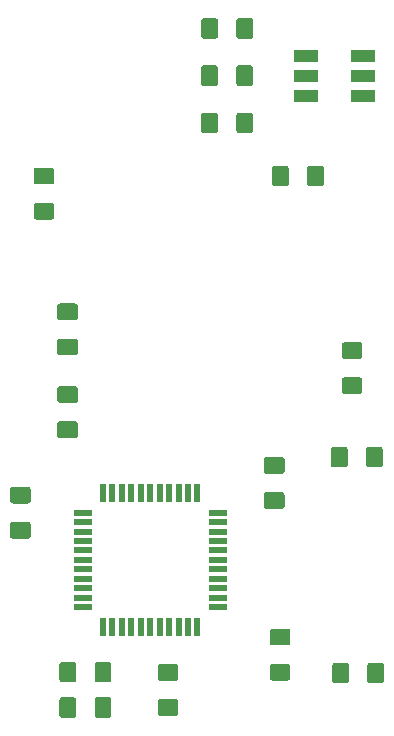
<source format=gbr>
G04 #@! TF.GenerationSoftware,KiCad,Pcbnew,(5.1.4)-1*
G04 #@! TF.CreationDate,2020-08-01T13:26:49+05:30*
G04 #@! TF.ProjectId,knob_32u4,6b6e6f62-5f33-4327-9534-2e6b69636164,rev?*
G04 #@! TF.SameCoordinates,Original*
G04 #@! TF.FileFunction,Paste,Top*
G04 #@! TF.FilePolarity,Positive*
%FSLAX46Y46*%
G04 Gerber Fmt 4.6, Leading zero omitted, Abs format (unit mm)*
G04 Created by KiCad (PCBNEW (5.1.4)-1) date 2020-08-01 13:26:49*
%MOMM*%
%LPD*%
G04 APERTURE LIST*
%ADD10R,2.000000X1.100000*%
%ADD11C,0.100000*%
%ADD12C,1.425000*%
%ADD13R,1.500000X0.550000*%
%ADD14R,0.550000X1.500000*%
G04 APERTURE END LIST*
D10*
X129200000Y-59700000D03*
X129200000Y-58000000D03*
X129200000Y-56300000D03*
X134000000Y-56300000D03*
X134000000Y-58000000D03*
X134000000Y-59700000D03*
D11*
G36*
X109649504Y-84288704D02*
G01*
X109673773Y-84292304D01*
X109697571Y-84298265D01*
X109720671Y-84306530D01*
X109742849Y-84317020D01*
X109763893Y-84329633D01*
X109783598Y-84344247D01*
X109801777Y-84360723D01*
X109818253Y-84378902D01*
X109832867Y-84398607D01*
X109845480Y-84419651D01*
X109855970Y-84441829D01*
X109864235Y-84464929D01*
X109870196Y-84488727D01*
X109873796Y-84512996D01*
X109875000Y-84537500D01*
X109875000Y-85462500D01*
X109873796Y-85487004D01*
X109870196Y-85511273D01*
X109864235Y-85535071D01*
X109855970Y-85558171D01*
X109845480Y-85580349D01*
X109832867Y-85601393D01*
X109818253Y-85621098D01*
X109801777Y-85639277D01*
X109783598Y-85655753D01*
X109763893Y-85670367D01*
X109742849Y-85682980D01*
X109720671Y-85693470D01*
X109697571Y-85701735D01*
X109673773Y-85707696D01*
X109649504Y-85711296D01*
X109625000Y-85712500D01*
X108375000Y-85712500D01*
X108350496Y-85711296D01*
X108326227Y-85707696D01*
X108302429Y-85701735D01*
X108279329Y-85693470D01*
X108257151Y-85682980D01*
X108236107Y-85670367D01*
X108216402Y-85655753D01*
X108198223Y-85639277D01*
X108181747Y-85621098D01*
X108167133Y-85601393D01*
X108154520Y-85580349D01*
X108144030Y-85558171D01*
X108135765Y-85535071D01*
X108129804Y-85511273D01*
X108126204Y-85487004D01*
X108125000Y-85462500D01*
X108125000Y-84537500D01*
X108126204Y-84512996D01*
X108129804Y-84488727D01*
X108135765Y-84464929D01*
X108144030Y-84441829D01*
X108154520Y-84419651D01*
X108167133Y-84398607D01*
X108181747Y-84378902D01*
X108198223Y-84360723D01*
X108216402Y-84344247D01*
X108236107Y-84329633D01*
X108257151Y-84317020D01*
X108279329Y-84306530D01*
X108302429Y-84298265D01*
X108326227Y-84292304D01*
X108350496Y-84288704D01*
X108375000Y-84287500D01*
X109625000Y-84287500D01*
X109649504Y-84288704D01*
X109649504Y-84288704D01*
G37*
D12*
X109000000Y-85000000D03*
D11*
G36*
X109649504Y-87263704D02*
G01*
X109673773Y-87267304D01*
X109697571Y-87273265D01*
X109720671Y-87281530D01*
X109742849Y-87292020D01*
X109763893Y-87304633D01*
X109783598Y-87319247D01*
X109801777Y-87335723D01*
X109818253Y-87353902D01*
X109832867Y-87373607D01*
X109845480Y-87394651D01*
X109855970Y-87416829D01*
X109864235Y-87439929D01*
X109870196Y-87463727D01*
X109873796Y-87487996D01*
X109875000Y-87512500D01*
X109875000Y-88437500D01*
X109873796Y-88462004D01*
X109870196Y-88486273D01*
X109864235Y-88510071D01*
X109855970Y-88533171D01*
X109845480Y-88555349D01*
X109832867Y-88576393D01*
X109818253Y-88596098D01*
X109801777Y-88614277D01*
X109783598Y-88630753D01*
X109763893Y-88645367D01*
X109742849Y-88657980D01*
X109720671Y-88668470D01*
X109697571Y-88676735D01*
X109673773Y-88682696D01*
X109649504Y-88686296D01*
X109625000Y-88687500D01*
X108375000Y-88687500D01*
X108350496Y-88686296D01*
X108326227Y-88682696D01*
X108302429Y-88676735D01*
X108279329Y-88668470D01*
X108257151Y-88657980D01*
X108236107Y-88645367D01*
X108216402Y-88630753D01*
X108198223Y-88614277D01*
X108181747Y-88596098D01*
X108167133Y-88576393D01*
X108154520Y-88555349D01*
X108144030Y-88533171D01*
X108135765Y-88510071D01*
X108129804Y-88486273D01*
X108126204Y-88462004D01*
X108125000Y-88437500D01*
X108125000Y-87512500D01*
X108126204Y-87487996D01*
X108129804Y-87463727D01*
X108135765Y-87439929D01*
X108144030Y-87416829D01*
X108154520Y-87394651D01*
X108167133Y-87373607D01*
X108181747Y-87353902D01*
X108198223Y-87335723D01*
X108216402Y-87319247D01*
X108236107Y-87304633D01*
X108257151Y-87292020D01*
X108279329Y-87281530D01*
X108302429Y-87273265D01*
X108326227Y-87267304D01*
X108350496Y-87263704D01*
X108375000Y-87262500D01*
X109625000Y-87262500D01*
X109649504Y-87263704D01*
X109649504Y-87263704D01*
G37*
D12*
X109000000Y-87975000D03*
D11*
G36*
X105649504Y-95776204D02*
G01*
X105673773Y-95779804D01*
X105697571Y-95785765D01*
X105720671Y-95794030D01*
X105742849Y-95804520D01*
X105763893Y-95817133D01*
X105783598Y-95831747D01*
X105801777Y-95848223D01*
X105818253Y-95866402D01*
X105832867Y-95886107D01*
X105845480Y-95907151D01*
X105855970Y-95929329D01*
X105864235Y-95952429D01*
X105870196Y-95976227D01*
X105873796Y-96000496D01*
X105875000Y-96025000D01*
X105875000Y-96950000D01*
X105873796Y-96974504D01*
X105870196Y-96998773D01*
X105864235Y-97022571D01*
X105855970Y-97045671D01*
X105845480Y-97067849D01*
X105832867Y-97088893D01*
X105818253Y-97108598D01*
X105801777Y-97126777D01*
X105783598Y-97143253D01*
X105763893Y-97157867D01*
X105742849Y-97170480D01*
X105720671Y-97180970D01*
X105697571Y-97189235D01*
X105673773Y-97195196D01*
X105649504Y-97198796D01*
X105625000Y-97200000D01*
X104375000Y-97200000D01*
X104350496Y-97198796D01*
X104326227Y-97195196D01*
X104302429Y-97189235D01*
X104279329Y-97180970D01*
X104257151Y-97170480D01*
X104236107Y-97157867D01*
X104216402Y-97143253D01*
X104198223Y-97126777D01*
X104181747Y-97108598D01*
X104167133Y-97088893D01*
X104154520Y-97067849D01*
X104144030Y-97045671D01*
X104135765Y-97022571D01*
X104129804Y-96998773D01*
X104126204Y-96974504D01*
X104125000Y-96950000D01*
X104125000Y-96025000D01*
X104126204Y-96000496D01*
X104129804Y-95976227D01*
X104135765Y-95952429D01*
X104144030Y-95929329D01*
X104154520Y-95907151D01*
X104167133Y-95886107D01*
X104181747Y-95866402D01*
X104198223Y-95848223D01*
X104216402Y-95831747D01*
X104236107Y-95817133D01*
X104257151Y-95804520D01*
X104279329Y-95794030D01*
X104302429Y-95785765D01*
X104326227Y-95779804D01*
X104350496Y-95776204D01*
X104375000Y-95775000D01*
X105625000Y-95775000D01*
X105649504Y-95776204D01*
X105649504Y-95776204D01*
G37*
D12*
X105000000Y-96487500D03*
D11*
G36*
X105649504Y-92801204D02*
G01*
X105673773Y-92804804D01*
X105697571Y-92810765D01*
X105720671Y-92819030D01*
X105742849Y-92829520D01*
X105763893Y-92842133D01*
X105783598Y-92856747D01*
X105801777Y-92873223D01*
X105818253Y-92891402D01*
X105832867Y-92911107D01*
X105845480Y-92932151D01*
X105855970Y-92954329D01*
X105864235Y-92977429D01*
X105870196Y-93001227D01*
X105873796Y-93025496D01*
X105875000Y-93050000D01*
X105875000Y-93975000D01*
X105873796Y-93999504D01*
X105870196Y-94023773D01*
X105864235Y-94047571D01*
X105855970Y-94070671D01*
X105845480Y-94092849D01*
X105832867Y-94113893D01*
X105818253Y-94133598D01*
X105801777Y-94151777D01*
X105783598Y-94168253D01*
X105763893Y-94182867D01*
X105742849Y-94195480D01*
X105720671Y-94205970D01*
X105697571Y-94214235D01*
X105673773Y-94220196D01*
X105649504Y-94223796D01*
X105625000Y-94225000D01*
X104375000Y-94225000D01*
X104350496Y-94223796D01*
X104326227Y-94220196D01*
X104302429Y-94214235D01*
X104279329Y-94205970D01*
X104257151Y-94195480D01*
X104236107Y-94182867D01*
X104216402Y-94168253D01*
X104198223Y-94151777D01*
X104181747Y-94133598D01*
X104167133Y-94113893D01*
X104154520Y-94092849D01*
X104144030Y-94070671D01*
X104135765Y-94047571D01*
X104129804Y-94023773D01*
X104126204Y-93999504D01*
X104125000Y-93975000D01*
X104125000Y-93050000D01*
X104126204Y-93025496D01*
X104129804Y-93001227D01*
X104135765Y-92977429D01*
X104144030Y-92954329D01*
X104154520Y-92932151D01*
X104167133Y-92911107D01*
X104181747Y-92891402D01*
X104198223Y-92873223D01*
X104216402Y-92856747D01*
X104236107Y-92842133D01*
X104257151Y-92829520D01*
X104279329Y-92819030D01*
X104302429Y-92810765D01*
X104326227Y-92804804D01*
X104350496Y-92801204D01*
X104375000Y-92800000D01*
X105625000Y-92800000D01*
X105649504Y-92801204D01*
X105649504Y-92801204D01*
G37*
D12*
X105000000Y-93512500D03*
D11*
G36*
X127149504Y-93263704D02*
G01*
X127173773Y-93267304D01*
X127197571Y-93273265D01*
X127220671Y-93281530D01*
X127242849Y-93292020D01*
X127263893Y-93304633D01*
X127283598Y-93319247D01*
X127301777Y-93335723D01*
X127318253Y-93353902D01*
X127332867Y-93373607D01*
X127345480Y-93394651D01*
X127355970Y-93416829D01*
X127364235Y-93439929D01*
X127370196Y-93463727D01*
X127373796Y-93487996D01*
X127375000Y-93512500D01*
X127375000Y-94437500D01*
X127373796Y-94462004D01*
X127370196Y-94486273D01*
X127364235Y-94510071D01*
X127355970Y-94533171D01*
X127345480Y-94555349D01*
X127332867Y-94576393D01*
X127318253Y-94596098D01*
X127301777Y-94614277D01*
X127283598Y-94630753D01*
X127263893Y-94645367D01*
X127242849Y-94657980D01*
X127220671Y-94668470D01*
X127197571Y-94676735D01*
X127173773Y-94682696D01*
X127149504Y-94686296D01*
X127125000Y-94687500D01*
X125875000Y-94687500D01*
X125850496Y-94686296D01*
X125826227Y-94682696D01*
X125802429Y-94676735D01*
X125779329Y-94668470D01*
X125757151Y-94657980D01*
X125736107Y-94645367D01*
X125716402Y-94630753D01*
X125698223Y-94614277D01*
X125681747Y-94596098D01*
X125667133Y-94576393D01*
X125654520Y-94555349D01*
X125644030Y-94533171D01*
X125635765Y-94510071D01*
X125629804Y-94486273D01*
X125626204Y-94462004D01*
X125625000Y-94437500D01*
X125625000Y-93512500D01*
X125626204Y-93487996D01*
X125629804Y-93463727D01*
X125635765Y-93439929D01*
X125644030Y-93416829D01*
X125654520Y-93394651D01*
X125667133Y-93373607D01*
X125681747Y-93353902D01*
X125698223Y-93335723D01*
X125716402Y-93319247D01*
X125736107Y-93304633D01*
X125757151Y-93292020D01*
X125779329Y-93281530D01*
X125802429Y-93273265D01*
X125826227Y-93267304D01*
X125850496Y-93263704D01*
X125875000Y-93262500D01*
X127125000Y-93262500D01*
X127149504Y-93263704D01*
X127149504Y-93263704D01*
G37*
D12*
X126500000Y-93975000D03*
D11*
G36*
X127149504Y-90288704D02*
G01*
X127173773Y-90292304D01*
X127197571Y-90298265D01*
X127220671Y-90306530D01*
X127242849Y-90317020D01*
X127263893Y-90329633D01*
X127283598Y-90344247D01*
X127301777Y-90360723D01*
X127318253Y-90378902D01*
X127332867Y-90398607D01*
X127345480Y-90419651D01*
X127355970Y-90441829D01*
X127364235Y-90464929D01*
X127370196Y-90488727D01*
X127373796Y-90512996D01*
X127375000Y-90537500D01*
X127375000Y-91462500D01*
X127373796Y-91487004D01*
X127370196Y-91511273D01*
X127364235Y-91535071D01*
X127355970Y-91558171D01*
X127345480Y-91580349D01*
X127332867Y-91601393D01*
X127318253Y-91621098D01*
X127301777Y-91639277D01*
X127283598Y-91655753D01*
X127263893Y-91670367D01*
X127242849Y-91682980D01*
X127220671Y-91693470D01*
X127197571Y-91701735D01*
X127173773Y-91707696D01*
X127149504Y-91711296D01*
X127125000Y-91712500D01*
X125875000Y-91712500D01*
X125850496Y-91711296D01*
X125826227Y-91707696D01*
X125802429Y-91701735D01*
X125779329Y-91693470D01*
X125757151Y-91682980D01*
X125736107Y-91670367D01*
X125716402Y-91655753D01*
X125698223Y-91639277D01*
X125681747Y-91621098D01*
X125667133Y-91601393D01*
X125654520Y-91580349D01*
X125644030Y-91558171D01*
X125635765Y-91535071D01*
X125629804Y-91511273D01*
X125626204Y-91487004D01*
X125625000Y-91462500D01*
X125625000Y-90537500D01*
X125626204Y-90512996D01*
X125629804Y-90488727D01*
X125635765Y-90464929D01*
X125644030Y-90441829D01*
X125654520Y-90419651D01*
X125667133Y-90398607D01*
X125681747Y-90378902D01*
X125698223Y-90360723D01*
X125716402Y-90344247D01*
X125736107Y-90329633D01*
X125757151Y-90317020D01*
X125779329Y-90306530D01*
X125802429Y-90298265D01*
X125826227Y-90292304D01*
X125850496Y-90288704D01*
X125875000Y-90287500D01*
X127125000Y-90287500D01*
X127149504Y-90288704D01*
X127149504Y-90288704D01*
G37*
D12*
X126500000Y-91000000D03*
D13*
X110300000Y-103000000D03*
X110300000Y-102200000D03*
X110300000Y-101400000D03*
X110300000Y-100600000D03*
X110300000Y-99800000D03*
X110300000Y-99000000D03*
X110300000Y-98200000D03*
X110300000Y-97400000D03*
X110300000Y-96600000D03*
X110300000Y-95800000D03*
X110300000Y-95000000D03*
D14*
X112000000Y-93300000D03*
X112800000Y-93300000D03*
X113600000Y-93300000D03*
X114400000Y-93300000D03*
X115200000Y-93300000D03*
X116000000Y-93300000D03*
X116800000Y-93300000D03*
X117600000Y-93300000D03*
X118400000Y-93300000D03*
X119200000Y-93300000D03*
X120000000Y-93300000D03*
D13*
X121700000Y-95000000D03*
X121700000Y-95800000D03*
X121700000Y-96600000D03*
X121700000Y-97400000D03*
X121700000Y-98200000D03*
X121700000Y-99000000D03*
X121700000Y-99800000D03*
X121700000Y-100600000D03*
X121700000Y-101400000D03*
X121700000Y-102200000D03*
X121700000Y-103000000D03*
D14*
X120000000Y-104700000D03*
X119200000Y-104700000D03*
X118400000Y-104700000D03*
X117600000Y-104700000D03*
X116800000Y-104700000D03*
X116000000Y-104700000D03*
X115200000Y-104700000D03*
X114400000Y-104700000D03*
X113600000Y-104700000D03*
X112800000Y-104700000D03*
X112000000Y-104700000D03*
D11*
G36*
X130474504Y-65626204D02*
G01*
X130498773Y-65629804D01*
X130522571Y-65635765D01*
X130545671Y-65644030D01*
X130567849Y-65654520D01*
X130588893Y-65667133D01*
X130608598Y-65681747D01*
X130626777Y-65698223D01*
X130643253Y-65716402D01*
X130657867Y-65736107D01*
X130670480Y-65757151D01*
X130680970Y-65779329D01*
X130689235Y-65802429D01*
X130695196Y-65826227D01*
X130698796Y-65850496D01*
X130700000Y-65875000D01*
X130700000Y-67125000D01*
X130698796Y-67149504D01*
X130695196Y-67173773D01*
X130689235Y-67197571D01*
X130680970Y-67220671D01*
X130670480Y-67242849D01*
X130657867Y-67263893D01*
X130643253Y-67283598D01*
X130626777Y-67301777D01*
X130608598Y-67318253D01*
X130588893Y-67332867D01*
X130567849Y-67345480D01*
X130545671Y-67355970D01*
X130522571Y-67364235D01*
X130498773Y-67370196D01*
X130474504Y-67373796D01*
X130450000Y-67375000D01*
X129525000Y-67375000D01*
X129500496Y-67373796D01*
X129476227Y-67370196D01*
X129452429Y-67364235D01*
X129429329Y-67355970D01*
X129407151Y-67345480D01*
X129386107Y-67332867D01*
X129366402Y-67318253D01*
X129348223Y-67301777D01*
X129331747Y-67283598D01*
X129317133Y-67263893D01*
X129304520Y-67242849D01*
X129294030Y-67220671D01*
X129285765Y-67197571D01*
X129279804Y-67173773D01*
X129276204Y-67149504D01*
X129275000Y-67125000D01*
X129275000Y-65875000D01*
X129276204Y-65850496D01*
X129279804Y-65826227D01*
X129285765Y-65802429D01*
X129294030Y-65779329D01*
X129304520Y-65757151D01*
X129317133Y-65736107D01*
X129331747Y-65716402D01*
X129348223Y-65698223D01*
X129366402Y-65681747D01*
X129386107Y-65667133D01*
X129407151Y-65654520D01*
X129429329Y-65644030D01*
X129452429Y-65635765D01*
X129476227Y-65629804D01*
X129500496Y-65626204D01*
X129525000Y-65625000D01*
X130450000Y-65625000D01*
X130474504Y-65626204D01*
X130474504Y-65626204D01*
G37*
D12*
X129987500Y-66500000D03*
D11*
G36*
X127499504Y-65626204D02*
G01*
X127523773Y-65629804D01*
X127547571Y-65635765D01*
X127570671Y-65644030D01*
X127592849Y-65654520D01*
X127613893Y-65667133D01*
X127633598Y-65681747D01*
X127651777Y-65698223D01*
X127668253Y-65716402D01*
X127682867Y-65736107D01*
X127695480Y-65757151D01*
X127705970Y-65779329D01*
X127714235Y-65802429D01*
X127720196Y-65826227D01*
X127723796Y-65850496D01*
X127725000Y-65875000D01*
X127725000Y-67125000D01*
X127723796Y-67149504D01*
X127720196Y-67173773D01*
X127714235Y-67197571D01*
X127705970Y-67220671D01*
X127695480Y-67242849D01*
X127682867Y-67263893D01*
X127668253Y-67283598D01*
X127651777Y-67301777D01*
X127633598Y-67318253D01*
X127613893Y-67332867D01*
X127592849Y-67345480D01*
X127570671Y-67355970D01*
X127547571Y-67364235D01*
X127523773Y-67370196D01*
X127499504Y-67373796D01*
X127475000Y-67375000D01*
X126550000Y-67375000D01*
X126525496Y-67373796D01*
X126501227Y-67370196D01*
X126477429Y-67364235D01*
X126454329Y-67355970D01*
X126432151Y-67345480D01*
X126411107Y-67332867D01*
X126391402Y-67318253D01*
X126373223Y-67301777D01*
X126356747Y-67283598D01*
X126342133Y-67263893D01*
X126329520Y-67242849D01*
X126319030Y-67220671D01*
X126310765Y-67197571D01*
X126304804Y-67173773D01*
X126301204Y-67149504D01*
X126300000Y-67125000D01*
X126300000Y-65875000D01*
X126301204Y-65850496D01*
X126304804Y-65826227D01*
X126310765Y-65802429D01*
X126319030Y-65779329D01*
X126329520Y-65757151D01*
X126342133Y-65736107D01*
X126356747Y-65716402D01*
X126373223Y-65698223D01*
X126391402Y-65681747D01*
X126411107Y-65667133D01*
X126432151Y-65654520D01*
X126454329Y-65644030D01*
X126477429Y-65635765D01*
X126501227Y-65629804D01*
X126525496Y-65626204D01*
X126550000Y-65625000D01*
X127475000Y-65625000D01*
X127499504Y-65626204D01*
X127499504Y-65626204D01*
G37*
D12*
X127012500Y-66500000D03*
D11*
G36*
X133745504Y-80568704D02*
G01*
X133769773Y-80572304D01*
X133793571Y-80578265D01*
X133816671Y-80586530D01*
X133838849Y-80597020D01*
X133859893Y-80609633D01*
X133879598Y-80624247D01*
X133897777Y-80640723D01*
X133914253Y-80658902D01*
X133928867Y-80678607D01*
X133941480Y-80699651D01*
X133951970Y-80721829D01*
X133960235Y-80744929D01*
X133966196Y-80768727D01*
X133969796Y-80792996D01*
X133971000Y-80817500D01*
X133971000Y-81742500D01*
X133969796Y-81767004D01*
X133966196Y-81791273D01*
X133960235Y-81815071D01*
X133951970Y-81838171D01*
X133941480Y-81860349D01*
X133928867Y-81881393D01*
X133914253Y-81901098D01*
X133897777Y-81919277D01*
X133879598Y-81935753D01*
X133859893Y-81950367D01*
X133838849Y-81962980D01*
X133816671Y-81973470D01*
X133793571Y-81981735D01*
X133769773Y-81987696D01*
X133745504Y-81991296D01*
X133721000Y-81992500D01*
X132471000Y-81992500D01*
X132446496Y-81991296D01*
X132422227Y-81987696D01*
X132398429Y-81981735D01*
X132375329Y-81973470D01*
X132353151Y-81962980D01*
X132332107Y-81950367D01*
X132312402Y-81935753D01*
X132294223Y-81919277D01*
X132277747Y-81901098D01*
X132263133Y-81881393D01*
X132250520Y-81860349D01*
X132240030Y-81838171D01*
X132231765Y-81815071D01*
X132225804Y-81791273D01*
X132222204Y-81767004D01*
X132221000Y-81742500D01*
X132221000Y-80817500D01*
X132222204Y-80792996D01*
X132225804Y-80768727D01*
X132231765Y-80744929D01*
X132240030Y-80721829D01*
X132250520Y-80699651D01*
X132263133Y-80678607D01*
X132277747Y-80658902D01*
X132294223Y-80640723D01*
X132312402Y-80624247D01*
X132332107Y-80609633D01*
X132353151Y-80597020D01*
X132375329Y-80586530D01*
X132398429Y-80578265D01*
X132422227Y-80572304D01*
X132446496Y-80568704D01*
X132471000Y-80567500D01*
X133721000Y-80567500D01*
X133745504Y-80568704D01*
X133745504Y-80568704D01*
G37*
D12*
X133096000Y-81280000D03*
D11*
G36*
X133745504Y-83543704D02*
G01*
X133769773Y-83547304D01*
X133793571Y-83553265D01*
X133816671Y-83561530D01*
X133838849Y-83572020D01*
X133859893Y-83584633D01*
X133879598Y-83599247D01*
X133897777Y-83615723D01*
X133914253Y-83633902D01*
X133928867Y-83653607D01*
X133941480Y-83674651D01*
X133951970Y-83696829D01*
X133960235Y-83719929D01*
X133966196Y-83743727D01*
X133969796Y-83767996D01*
X133971000Y-83792500D01*
X133971000Y-84717500D01*
X133969796Y-84742004D01*
X133966196Y-84766273D01*
X133960235Y-84790071D01*
X133951970Y-84813171D01*
X133941480Y-84835349D01*
X133928867Y-84856393D01*
X133914253Y-84876098D01*
X133897777Y-84894277D01*
X133879598Y-84910753D01*
X133859893Y-84925367D01*
X133838849Y-84937980D01*
X133816671Y-84948470D01*
X133793571Y-84956735D01*
X133769773Y-84962696D01*
X133745504Y-84966296D01*
X133721000Y-84967500D01*
X132471000Y-84967500D01*
X132446496Y-84966296D01*
X132422227Y-84962696D01*
X132398429Y-84956735D01*
X132375329Y-84948470D01*
X132353151Y-84937980D01*
X132332107Y-84925367D01*
X132312402Y-84910753D01*
X132294223Y-84894277D01*
X132277747Y-84876098D01*
X132263133Y-84856393D01*
X132250520Y-84835349D01*
X132240030Y-84813171D01*
X132231765Y-84790071D01*
X132225804Y-84766273D01*
X132222204Y-84742004D01*
X132221000Y-84717500D01*
X132221000Y-83792500D01*
X132222204Y-83767996D01*
X132225804Y-83743727D01*
X132231765Y-83719929D01*
X132240030Y-83696829D01*
X132250520Y-83674651D01*
X132263133Y-83653607D01*
X132277747Y-83633902D01*
X132294223Y-83615723D01*
X132312402Y-83599247D01*
X132332107Y-83584633D01*
X132353151Y-83572020D01*
X132375329Y-83561530D01*
X132398429Y-83553265D01*
X132422227Y-83547304D01*
X132446496Y-83543704D01*
X132471000Y-83542500D01*
X133721000Y-83542500D01*
X133745504Y-83543704D01*
X133745504Y-83543704D01*
G37*
D12*
X133096000Y-84255000D03*
D11*
G36*
X107649504Y-68763704D02*
G01*
X107673773Y-68767304D01*
X107697571Y-68773265D01*
X107720671Y-68781530D01*
X107742849Y-68792020D01*
X107763893Y-68804633D01*
X107783598Y-68819247D01*
X107801777Y-68835723D01*
X107818253Y-68853902D01*
X107832867Y-68873607D01*
X107845480Y-68894651D01*
X107855970Y-68916829D01*
X107864235Y-68939929D01*
X107870196Y-68963727D01*
X107873796Y-68987996D01*
X107875000Y-69012500D01*
X107875000Y-69937500D01*
X107873796Y-69962004D01*
X107870196Y-69986273D01*
X107864235Y-70010071D01*
X107855970Y-70033171D01*
X107845480Y-70055349D01*
X107832867Y-70076393D01*
X107818253Y-70096098D01*
X107801777Y-70114277D01*
X107783598Y-70130753D01*
X107763893Y-70145367D01*
X107742849Y-70157980D01*
X107720671Y-70168470D01*
X107697571Y-70176735D01*
X107673773Y-70182696D01*
X107649504Y-70186296D01*
X107625000Y-70187500D01*
X106375000Y-70187500D01*
X106350496Y-70186296D01*
X106326227Y-70182696D01*
X106302429Y-70176735D01*
X106279329Y-70168470D01*
X106257151Y-70157980D01*
X106236107Y-70145367D01*
X106216402Y-70130753D01*
X106198223Y-70114277D01*
X106181747Y-70096098D01*
X106167133Y-70076393D01*
X106154520Y-70055349D01*
X106144030Y-70033171D01*
X106135765Y-70010071D01*
X106129804Y-69986273D01*
X106126204Y-69962004D01*
X106125000Y-69937500D01*
X106125000Y-69012500D01*
X106126204Y-68987996D01*
X106129804Y-68963727D01*
X106135765Y-68939929D01*
X106144030Y-68916829D01*
X106154520Y-68894651D01*
X106167133Y-68873607D01*
X106181747Y-68853902D01*
X106198223Y-68835723D01*
X106216402Y-68819247D01*
X106236107Y-68804633D01*
X106257151Y-68792020D01*
X106279329Y-68781530D01*
X106302429Y-68773265D01*
X106326227Y-68767304D01*
X106350496Y-68763704D01*
X106375000Y-68762500D01*
X107625000Y-68762500D01*
X107649504Y-68763704D01*
X107649504Y-68763704D01*
G37*
D12*
X107000000Y-69475000D03*
D11*
G36*
X107649504Y-65788704D02*
G01*
X107673773Y-65792304D01*
X107697571Y-65798265D01*
X107720671Y-65806530D01*
X107742849Y-65817020D01*
X107763893Y-65829633D01*
X107783598Y-65844247D01*
X107801777Y-65860723D01*
X107818253Y-65878902D01*
X107832867Y-65898607D01*
X107845480Y-65919651D01*
X107855970Y-65941829D01*
X107864235Y-65964929D01*
X107870196Y-65988727D01*
X107873796Y-66012996D01*
X107875000Y-66037500D01*
X107875000Y-66962500D01*
X107873796Y-66987004D01*
X107870196Y-67011273D01*
X107864235Y-67035071D01*
X107855970Y-67058171D01*
X107845480Y-67080349D01*
X107832867Y-67101393D01*
X107818253Y-67121098D01*
X107801777Y-67139277D01*
X107783598Y-67155753D01*
X107763893Y-67170367D01*
X107742849Y-67182980D01*
X107720671Y-67193470D01*
X107697571Y-67201735D01*
X107673773Y-67207696D01*
X107649504Y-67211296D01*
X107625000Y-67212500D01*
X106375000Y-67212500D01*
X106350496Y-67211296D01*
X106326227Y-67207696D01*
X106302429Y-67201735D01*
X106279329Y-67193470D01*
X106257151Y-67182980D01*
X106236107Y-67170367D01*
X106216402Y-67155753D01*
X106198223Y-67139277D01*
X106181747Y-67121098D01*
X106167133Y-67101393D01*
X106154520Y-67080349D01*
X106144030Y-67058171D01*
X106135765Y-67035071D01*
X106129804Y-67011273D01*
X106126204Y-66987004D01*
X106125000Y-66962500D01*
X106125000Y-66037500D01*
X106126204Y-66012996D01*
X106129804Y-65988727D01*
X106135765Y-65964929D01*
X106144030Y-65941829D01*
X106154520Y-65919651D01*
X106167133Y-65898607D01*
X106181747Y-65878902D01*
X106198223Y-65860723D01*
X106216402Y-65844247D01*
X106236107Y-65829633D01*
X106257151Y-65817020D01*
X106279329Y-65806530D01*
X106302429Y-65798265D01*
X106326227Y-65792304D01*
X106350496Y-65788704D01*
X106375000Y-65787500D01*
X107625000Y-65787500D01*
X107649504Y-65788704D01*
X107649504Y-65788704D01*
G37*
D12*
X107000000Y-66500000D03*
D11*
G36*
X124487004Y-61126204D02*
G01*
X124511273Y-61129804D01*
X124535071Y-61135765D01*
X124558171Y-61144030D01*
X124580349Y-61154520D01*
X124601393Y-61167133D01*
X124621098Y-61181747D01*
X124639277Y-61198223D01*
X124655753Y-61216402D01*
X124670367Y-61236107D01*
X124682980Y-61257151D01*
X124693470Y-61279329D01*
X124701735Y-61302429D01*
X124707696Y-61326227D01*
X124711296Y-61350496D01*
X124712500Y-61375000D01*
X124712500Y-62625000D01*
X124711296Y-62649504D01*
X124707696Y-62673773D01*
X124701735Y-62697571D01*
X124693470Y-62720671D01*
X124682980Y-62742849D01*
X124670367Y-62763893D01*
X124655753Y-62783598D01*
X124639277Y-62801777D01*
X124621098Y-62818253D01*
X124601393Y-62832867D01*
X124580349Y-62845480D01*
X124558171Y-62855970D01*
X124535071Y-62864235D01*
X124511273Y-62870196D01*
X124487004Y-62873796D01*
X124462500Y-62875000D01*
X123537500Y-62875000D01*
X123512996Y-62873796D01*
X123488727Y-62870196D01*
X123464929Y-62864235D01*
X123441829Y-62855970D01*
X123419651Y-62845480D01*
X123398607Y-62832867D01*
X123378902Y-62818253D01*
X123360723Y-62801777D01*
X123344247Y-62783598D01*
X123329633Y-62763893D01*
X123317020Y-62742849D01*
X123306530Y-62720671D01*
X123298265Y-62697571D01*
X123292304Y-62673773D01*
X123288704Y-62649504D01*
X123287500Y-62625000D01*
X123287500Y-61375000D01*
X123288704Y-61350496D01*
X123292304Y-61326227D01*
X123298265Y-61302429D01*
X123306530Y-61279329D01*
X123317020Y-61257151D01*
X123329633Y-61236107D01*
X123344247Y-61216402D01*
X123360723Y-61198223D01*
X123378902Y-61181747D01*
X123398607Y-61167133D01*
X123419651Y-61154520D01*
X123441829Y-61144030D01*
X123464929Y-61135765D01*
X123488727Y-61129804D01*
X123512996Y-61126204D01*
X123537500Y-61125000D01*
X124462500Y-61125000D01*
X124487004Y-61126204D01*
X124487004Y-61126204D01*
G37*
D12*
X124000000Y-62000000D03*
D11*
G36*
X121512004Y-61126204D02*
G01*
X121536273Y-61129804D01*
X121560071Y-61135765D01*
X121583171Y-61144030D01*
X121605349Y-61154520D01*
X121626393Y-61167133D01*
X121646098Y-61181747D01*
X121664277Y-61198223D01*
X121680753Y-61216402D01*
X121695367Y-61236107D01*
X121707980Y-61257151D01*
X121718470Y-61279329D01*
X121726735Y-61302429D01*
X121732696Y-61326227D01*
X121736296Y-61350496D01*
X121737500Y-61375000D01*
X121737500Y-62625000D01*
X121736296Y-62649504D01*
X121732696Y-62673773D01*
X121726735Y-62697571D01*
X121718470Y-62720671D01*
X121707980Y-62742849D01*
X121695367Y-62763893D01*
X121680753Y-62783598D01*
X121664277Y-62801777D01*
X121646098Y-62818253D01*
X121626393Y-62832867D01*
X121605349Y-62845480D01*
X121583171Y-62855970D01*
X121560071Y-62864235D01*
X121536273Y-62870196D01*
X121512004Y-62873796D01*
X121487500Y-62875000D01*
X120562500Y-62875000D01*
X120537996Y-62873796D01*
X120513727Y-62870196D01*
X120489929Y-62864235D01*
X120466829Y-62855970D01*
X120444651Y-62845480D01*
X120423607Y-62832867D01*
X120403902Y-62818253D01*
X120385723Y-62801777D01*
X120369247Y-62783598D01*
X120354633Y-62763893D01*
X120342020Y-62742849D01*
X120331530Y-62720671D01*
X120323265Y-62697571D01*
X120317304Y-62673773D01*
X120313704Y-62649504D01*
X120312500Y-62625000D01*
X120312500Y-61375000D01*
X120313704Y-61350496D01*
X120317304Y-61326227D01*
X120323265Y-61302429D01*
X120331530Y-61279329D01*
X120342020Y-61257151D01*
X120354633Y-61236107D01*
X120369247Y-61216402D01*
X120385723Y-61198223D01*
X120403902Y-61181747D01*
X120423607Y-61167133D01*
X120444651Y-61154520D01*
X120466829Y-61144030D01*
X120489929Y-61135765D01*
X120513727Y-61129804D01*
X120537996Y-61126204D01*
X120562500Y-61125000D01*
X121487500Y-61125000D01*
X121512004Y-61126204D01*
X121512004Y-61126204D01*
G37*
D12*
X121025000Y-62000000D03*
D11*
G36*
X124474504Y-57126204D02*
G01*
X124498773Y-57129804D01*
X124522571Y-57135765D01*
X124545671Y-57144030D01*
X124567849Y-57154520D01*
X124588893Y-57167133D01*
X124608598Y-57181747D01*
X124626777Y-57198223D01*
X124643253Y-57216402D01*
X124657867Y-57236107D01*
X124670480Y-57257151D01*
X124680970Y-57279329D01*
X124689235Y-57302429D01*
X124695196Y-57326227D01*
X124698796Y-57350496D01*
X124700000Y-57375000D01*
X124700000Y-58625000D01*
X124698796Y-58649504D01*
X124695196Y-58673773D01*
X124689235Y-58697571D01*
X124680970Y-58720671D01*
X124670480Y-58742849D01*
X124657867Y-58763893D01*
X124643253Y-58783598D01*
X124626777Y-58801777D01*
X124608598Y-58818253D01*
X124588893Y-58832867D01*
X124567849Y-58845480D01*
X124545671Y-58855970D01*
X124522571Y-58864235D01*
X124498773Y-58870196D01*
X124474504Y-58873796D01*
X124450000Y-58875000D01*
X123525000Y-58875000D01*
X123500496Y-58873796D01*
X123476227Y-58870196D01*
X123452429Y-58864235D01*
X123429329Y-58855970D01*
X123407151Y-58845480D01*
X123386107Y-58832867D01*
X123366402Y-58818253D01*
X123348223Y-58801777D01*
X123331747Y-58783598D01*
X123317133Y-58763893D01*
X123304520Y-58742849D01*
X123294030Y-58720671D01*
X123285765Y-58697571D01*
X123279804Y-58673773D01*
X123276204Y-58649504D01*
X123275000Y-58625000D01*
X123275000Y-57375000D01*
X123276204Y-57350496D01*
X123279804Y-57326227D01*
X123285765Y-57302429D01*
X123294030Y-57279329D01*
X123304520Y-57257151D01*
X123317133Y-57236107D01*
X123331747Y-57216402D01*
X123348223Y-57198223D01*
X123366402Y-57181747D01*
X123386107Y-57167133D01*
X123407151Y-57154520D01*
X123429329Y-57144030D01*
X123452429Y-57135765D01*
X123476227Y-57129804D01*
X123500496Y-57126204D01*
X123525000Y-57125000D01*
X124450000Y-57125000D01*
X124474504Y-57126204D01*
X124474504Y-57126204D01*
G37*
D12*
X123987500Y-58000000D03*
D11*
G36*
X121499504Y-57126204D02*
G01*
X121523773Y-57129804D01*
X121547571Y-57135765D01*
X121570671Y-57144030D01*
X121592849Y-57154520D01*
X121613893Y-57167133D01*
X121633598Y-57181747D01*
X121651777Y-57198223D01*
X121668253Y-57216402D01*
X121682867Y-57236107D01*
X121695480Y-57257151D01*
X121705970Y-57279329D01*
X121714235Y-57302429D01*
X121720196Y-57326227D01*
X121723796Y-57350496D01*
X121725000Y-57375000D01*
X121725000Y-58625000D01*
X121723796Y-58649504D01*
X121720196Y-58673773D01*
X121714235Y-58697571D01*
X121705970Y-58720671D01*
X121695480Y-58742849D01*
X121682867Y-58763893D01*
X121668253Y-58783598D01*
X121651777Y-58801777D01*
X121633598Y-58818253D01*
X121613893Y-58832867D01*
X121592849Y-58845480D01*
X121570671Y-58855970D01*
X121547571Y-58864235D01*
X121523773Y-58870196D01*
X121499504Y-58873796D01*
X121475000Y-58875000D01*
X120550000Y-58875000D01*
X120525496Y-58873796D01*
X120501227Y-58870196D01*
X120477429Y-58864235D01*
X120454329Y-58855970D01*
X120432151Y-58845480D01*
X120411107Y-58832867D01*
X120391402Y-58818253D01*
X120373223Y-58801777D01*
X120356747Y-58783598D01*
X120342133Y-58763893D01*
X120329520Y-58742849D01*
X120319030Y-58720671D01*
X120310765Y-58697571D01*
X120304804Y-58673773D01*
X120301204Y-58649504D01*
X120300000Y-58625000D01*
X120300000Y-57375000D01*
X120301204Y-57350496D01*
X120304804Y-57326227D01*
X120310765Y-57302429D01*
X120319030Y-57279329D01*
X120329520Y-57257151D01*
X120342133Y-57236107D01*
X120356747Y-57216402D01*
X120373223Y-57198223D01*
X120391402Y-57181747D01*
X120411107Y-57167133D01*
X120432151Y-57154520D01*
X120454329Y-57144030D01*
X120477429Y-57135765D01*
X120501227Y-57129804D01*
X120525496Y-57126204D01*
X120550000Y-57125000D01*
X121475000Y-57125000D01*
X121499504Y-57126204D01*
X121499504Y-57126204D01*
G37*
D12*
X121012500Y-58000000D03*
D11*
G36*
X124487004Y-53126204D02*
G01*
X124511273Y-53129804D01*
X124535071Y-53135765D01*
X124558171Y-53144030D01*
X124580349Y-53154520D01*
X124601393Y-53167133D01*
X124621098Y-53181747D01*
X124639277Y-53198223D01*
X124655753Y-53216402D01*
X124670367Y-53236107D01*
X124682980Y-53257151D01*
X124693470Y-53279329D01*
X124701735Y-53302429D01*
X124707696Y-53326227D01*
X124711296Y-53350496D01*
X124712500Y-53375000D01*
X124712500Y-54625000D01*
X124711296Y-54649504D01*
X124707696Y-54673773D01*
X124701735Y-54697571D01*
X124693470Y-54720671D01*
X124682980Y-54742849D01*
X124670367Y-54763893D01*
X124655753Y-54783598D01*
X124639277Y-54801777D01*
X124621098Y-54818253D01*
X124601393Y-54832867D01*
X124580349Y-54845480D01*
X124558171Y-54855970D01*
X124535071Y-54864235D01*
X124511273Y-54870196D01*
X124487004Y-54873796D01*
X124462500Y-54875000D01*
X123537500Y-54875000D01*
X123512996Y-54873796D01*
X123488727Y-54870196D01*
X123464929Y-54864235D01*
X123441829Y-54855970D01*
X123419651Y-54845480D01*
X123398607Y-54832867D01*
X123378902Y-54818253D01*
X123360723Y-54801777D01*
X123344247Y-54783598D01*
X123329633Y-54763893D01*
X123317020Y-54742849D01*
X123306530Y-54720671D01*
X123298265Y-54697571D01*
X123292304Y-54673773D01*
X123288704Y-54649504D01*
X123287500Y-54625000D01*
X123287500Y-53375000D01*
X123288704Y-53350496D01*
X123292304Y-53326227D01*
X123298265Y-53302429D01*
X123306530Y-53279329D01*
X123317020Y-53257151D01*
X123329633Y-53236107D01*
X123344247Y-53216402D01*
X123360723Y-53198223D01*
X123378902Y-53181747D01*
X123398607Y-53167133D01*
X123419651Y-53154520D01*
X123441829Y-53144030D01*
X123464929Y-53135765D01*
X123488727Y-53129804D01*
X123512996Y-53126204D01*
X123537500Y-53125000D01*
X124462500Y-53125000D01*
X124487004Y-53126204D01*
X124487004Y-53126204D01*
G37*
D12*
X124000000Y-54000000D03*
D11*
G36*
X121512004Y-53126204D02*
G01*
X121536273Y-53129804D01*
X121560071Y-53135765D01*
X121583171Y-53144030D01*
X121605349Y-53154520D01*
X121626393Y-53167133D01*
X121646098Y-53181747D01*
X121664277Y-53198223D01*
X121680753Y-53216402D01*
X121695367Y-53236107D01*
X121707980Y-53257151D01*
X121718470Y-53279329D01*
X121726735Y-53302429D01*
X121732696Y-53326227D01*
X121736296Y-53350496D01*
X121737500Y-53375000D01*
X121737500Y-54625000D01*
X121736296Y-54649504D01*
X121732696Y-54673773D01*
X121726735Y-54697571D01*
X121718470Y-54720671D01*
X121707980Y-54742849D01*
X121695367Y-54763893D01*
X121680753Y-54783598D01*
X121664277Y-54801777D01*
X121646098Y-54818253D01*
X121626393Y-54832867D01*
X121605349Y-54845480D01*
X121583171Y-54855970D01*
X121560071Y-54864235D01*
X121536273Y-54870196D01*
X121512004Y-54873796D01*
X121487500Y-54875000D01*
X120562500Y-54875000D01*
X120537996Y-54873796D01*
X120513727Y-54870196D01*
X120489929Y-54864235D01*
X120466829Y-54855970D01*
X120444651Y-54845480D01*
X120423607Y-54832867D01*
X120403902Y-54818253D01*
X120385723Y-54801777D01*
X120369247Y-54783598D01*
X120354633Y-54763893D01*
X120342020Y-54742849D01*
X120331530Y-54720671D01*
X120323265Y-54697571D01*
X120317304Y-54673773D01*
X120313704Y-54649504D01*
X120312500Y-54625000D01*
X120312500Y-53375000D01*
X120313704Y-53350496D01*
X120317304Y-53326227D01*
X120323265Y-53302429D01*
X120331530Y-53279329D01*
X120342020Y-53257151D01*
X120354633Y-53236107D01*
X120369247Y-53216402D01*
X120385723Y-53198223D01*
X120403902Y-53181747D01*
X120423607Y-53167133D01*
X120444651Y-53154520D01*
X120466829Y-53144030D01*
X120489929Y-53135765D01*
X120513727Y-53129804D01*
X120537996Y-53126204D01*
X120562500Y-53125000D01*
X121487500Y-53125000D01*
X121512004Y-53126204D01*
X121512004Y-53126204D01*
G37*
D12*
X121025000Y-54000000D03*
D11*
G36*
X127649504Y-107788704D02*
G01*
X127673773Y-107792304D01*
X127697571Y-107798265D01*
X127720671Y-107806530D01*
X127742849Y-107817020D01*
X127763893Y-107829633D01*
X127783598Y-107844247D01*
X127801777Y-107860723D01*
X127818253Y-107878902D01*
X127832867Y-107898607D01*
X127845480Y-107919651D01*
X127855970Y-107941829D01*
X127864235Y-107964929D01*
X127870196Y-107988727D01*
X127873796Y-108012996D01*
X127875000Y-108037500D01*
X127875000Y-108962500D01*
X127873796Y-108987004D01*
X127870196Y-109011273D01*
X127864235Y-109035071D01*
X127855970Y-109058171D01*
X127845480Y-109080349D01*
X127832867Y-109101393D01*
X127818253Y-109121098D01*
X127801777Y-109139277D01*
X127783598Y-109155753D01*
X127763893Y-109170367D01*
X127742849Y-109182980D01*
X127720671Y-109193470D01*
X127697571Y-109201735D01*
X127673773Y-109207696D01*
X127649504Y-109211296D01*
X127625000Y-109212500D01*
X126375000Y-109212500D01*
X126350496Y-109211296D01*
X126326227Y-109207696D01*
X126302429Y-109201735D01*
X126279329Y-109193470D01*
X126257151Y-109182980D01*
X126236107Y-109170367D01*
X126216402Y-109155753D01*
X126198223Y-109139277D01*
X126181747Y-109121098D01*
X126167133Y-109101393D01*
X126154520Y-109080349D01*
X126144030Y-109058171D01*
X126135765Y-109035071D01*
X126129804Y-109011273D01*
X126126204Y-108987004D01*
X126125000Y-108962500D01*
X126125000Y-108037500D01*
X126126204Y-108012996D01*
X126129804Y-107988727D01*
X126135765Y-107964929D01*
X126144030Y-107941829D01*
X126154520Y-107919651D01*
X126167133Y-107898607D01*
X126181747Y-107878902D01*
X126198223Y-107860723D01*
X126216402Y-107844247D01*
X126236107Y-107829633D01*
X126257151Y-107817020D01*
X126279329Y-107806530D01*
X126302429Y-107798265D01*
X126326227Y-107792304D01*
X126350496Y-107788704D01*
X126375000Y-107787500D01*
X127625000Y-107787500D01*
X127649504Y-107788704D01*
X127649504Y-107788704D01*
G37*
D12*
X127000000Y-108500000D03*
D11*
G36*
X127649504Y-104813704D02*
G01*
X127673773Y-104817304D01*
X127697571Y-104823265D01*
X127720671Y-104831530D01*
X127742849Y-104842020D01*
X127763893Y-104854633D01*
X127783598Y-104869247D01*
X127801777Y-104885723D01*
X127818253Y-104903902D01*
X127832867Y-104923607D01*
X127845480Y-104944651D01*
X127855970Y-104966829D01*
X127864235Y-104989929D01*
X127870196Y-105013727D01*
X127873796Y-105037996D01*
X127875000Y-105062500D01*
X127875000Y-105987500D01*
X127873796Y-106012004D01*
X127870196Y-106036273D01*
X127864235Y-106060071D01*
X127855970Y-106083171D01*
X127845480Y-106105349D01*
X127832867Y-106126393D01*
X127818253Y-106146098D01*
X127801777Y-106164277D01*
X127783598Y-106180753D01*
X127763893Y-106195367D01*
X127742849Y-106207980D01*
X127720671Y-106218470D01*
X127697571Y-106226735D01*
X127673773Y-106232696D01*
X127649504Y-106236296D01*
X127625000Y-106237500D01*
X126375000Y-106237500D01*
X126350496Y-106236296D01*
X126326227Y-106232696D01*
X126302429Y-106226735D01*
X126279329Y-106218470D01*
X126257151Y-106207980D01*
X126236107Y-106195367D01*
X126216402Y-106180753D01*
X126198223Y-106164277D01*
X126181747Y-106146098D01*
X126167133Y-106126393D01*
X126154520Y-106105349D01*
X126144030Y-106083171D01*
X126135765Y-106060071D01*
X126129804Y-106036273D01*
X126126204Y-106012004D01*
X126125000Y-105987500D01*
X126125000Y-105062500D01*
X126126204Y-105037996D01*
X126129804Y-105013727D01*
X126135765Y-104989929D01*
X126144030Y-104966829D01*
X126154520Y-104944651D01*
X126167133Y-104923607D01*
X126181747Y-104903902D01*
X126198223Y-104885723D01*
X126216402Y-104869247D01*
X126236107Y-104854633D01*
X126257151Y-104842020D01*
X126279329Y-104831530D01*
X126302429Y-104823265D01*
X126326227Y-104817304D01*
X126350496Y-104813704D01*
X126375000Y-104812500D01*
X127625000Y-104812500D01*
X127649504Y-104813704D01*
X127649504Y-104813704D01*
G37*
D12*
X127000000Y-105525000D03*
D11*
G36*
X112487004Y-107626204D02*
G01*
X112511273Y-107629804D01*
X112535071Y-107635765D01*
X112558171Y-107644030D01*
X112580349Y-107654520D01*
X112601393Y-107667133D01*
X112621098Y-107681747D01*
X112639277Y-107698223D01*
X112655753Y-107716402D01*
X112670367Y-107736107D01*
X112682980Y-107757151D01*
X112693470Y-107779329D01*
X112701735Y-107802429D01*
X112707696Y-107826227D01*
X112711296Y-107850496D01*
X112712500Y-107875000D01*
X112712500Y-109125000D01*
X112711296Y-109149504D01*
X112707696Y-109173773D01*
X112701735Y-109197571D01*
X112693470Y-109220671D01*
X112682980Y-109242849D01*
X112670367Y-109263893D01*
X112655753Y-109283598D01*
X112639277Y-109301777D01*
X112621098Y-109318253D01*
X112601393Y-109332867D01*
X112580349Y-109345480D01*
X112558171Y-109355970D01*
X112535071Y-109364235D01*
X112511273Y-109370196D01*
X112487004Y-109373796D01*
X112462500Y-109375000D01*
X111537500Y-109375000D01*
X111512996Y-109373796D01*
X111488727Y-109370196D01*
X111464929Y-109364235D01*
X111441829Y-109355970D01*
X111419651Y-109345480D01*
X111398607Y-109332867D01*
X111378902Y-109318253D01*
X111360723Y-109301777D01*
X111344247Y-109283598D01*
X111329633Y-109263893D01*
X111317020Y-109242849D01*
X111306530Y-109220671D01*
X111298265Y-109197571D01*
X111292304Y-109173773D01*
X111288704Y-109149504D01*
X111287500Y-109125000D01*
X111287500Y-107875000D01*
X111288704Y-107850496D01*
X111292304Y-107826227D01*
X111298265Y-107802429D01*
X111306530Y-107779329D01*
X111317020Y-107757151D01*
X111329633Y-107736107D01*
X111344247Y-107716402D01*
X111360723Y-107698223D01*
X111378902Y-107681747D01*
X111398607Y-107667133D01*
X111419651Y-107654520D01*
X111441829Y-107644030D01*
X111464929Y-107635765D01*
X111488727Y-107629804D01*
X111512996Y-107626204D01*
X111537500Y-107625000D01*
X112462500Y-107625000D01*
X112487004Y-107626204D01*
X112487004Y-107626204D01*
G37*
D12*
X112000000Y-108500000D03*
D11*
G36*
X109512004Y-107626204D02*
G01*
X109536273Y-107629804D01*
X109560071Y-107635765D01*
X109583171Y-107644030D01*
X109605349Y-107654520D01*
X109626393Y-107667133D01*
X109646098Y-107681747D01*
X109664277Y-107698223D01*
X109680753Y-107716402D01*
X109695367Y-107736107D01*
X109707980Y-107757151D01*
X109718470Y-107779329D01*
X109726735Y-107802429D01*
X109732696Y-107826227D01*
X109736296Y-107850496D01*
X109737500Y-107875000D01*
X109737500Y-109125000D01*
X109736296Y-109149504D01*
X109732696Y-109173773D01*
X109726735Y-109197571D01*
X109718470Y-109220671D01*
X109707980Y-109242849D01*
X109695367Y-109263893D01*
X109680753Y-109283598D01*
X109664277Y-109301777D01*
X109646098Y-109318253D01*
X109626393Y-109332867D01*
X109605349Y-109345480D01*
X109583171Y-109355970D01*
X109560071Y-109364235D01*
X109536273Y-109370196D01*
X109512004Y-109373796D01*
X109487500Y-109375000D01*
X108562500Y-109375000D01*
X108537996Y-109373796D01*
X108513727Y-109370196D01*
X108489929Y-109364235D01*
X108466829Y-109355970D01*
X108444651Y-109345480D01*
X108423607Y-109332867D01*
X108403902Y-109318253D01*
X108385723Y-109301777D01*
X108369247Y-109283598D01*
X108354633Y-109263893D01*
X108342020Y-109242849D01*
X108331530Y-109220671D01*
X108323265Y-109197571D01*
X108317304Y-109173773D01*
X108313704Y-109149504D01*
X108312500Y-109125000D01*
X108312500Y-107875000D01*
X108313704Y-107850496D01*
X108317304Y-107826227D01*
X108323265Y-107802429D01*
X108331530Y-107779329D01*
X108342020Y-107757151D01*
X108354633Y-107736107D01*
X108369247Y-107716402D01*
X108385723Y-107698223D01*
X108403902Y-107681747D01*
X108423607Y-107667133D01*
X108444651Y-107654520D01*
X108466829Y-107644030D01*
X108489929Y-107635765D01*
X108513727Y-107629804D01*
X108537996Y-107626204D01*
X108562500Y-107625000D01*
X109487500Y-107625000D01*
X109512004Y-107626204D01*
X109512004Y-107626204D01*
G37*
D12*
X109025000Y-108500000D03*
D11*
G36*
X112487004Y-110626204D02*
G01*
X112511273Y-110629804D01*
X112535071Y-110635765D01*
X112558171Y-110644030D01*
X112580349Y-110654520D01*
X112601393Y-110667133D01*
X112621098Y-110681747D01*
X112639277Y-110698223D01*
X112655753Y-110716402D01*
X112670367Y-110736107D01*
X112682980Y-110757151D01*
X112693470Y-110779329D01*
X112701735Y-110802429D01*
X112707696Y-110826227D01*
X112711296Y-110850496D01*
X112712500Y-110875000D01*
X112712500Y-112125000D01*
X112711296Y-112149504D01*
X112707696Y-112173773D01*
X112701735Y-112197571D01*
X112693470Y-112220671D01*
X112682980Y-112242849D01*
X112670367Y-112263893D01*
X112655753Y-112283598D01*
X112639277Y-112301777D01*
X112621098Y-112318253D01*
X112601393Y-112332867D01*
X112580349Y-112345480D01*
X112558171Y-112355970D01*
X112535071Y-112364235D01*
X112511273Y-112370196D01*
X112487004Y-112373796D01*
X112462500Y-112375000D01*
X111537500Y-112375000D01*
X111512996Y-112373796D01*
X111488727Y-112370196D01*
X111464929Y-112364235D01*
X111441829Y-112355970D01*
X111419651Y-112345480D01*
X111398607Y-112332867D01*
X111378902Y-112318253D01*
X111360723Y-112301777D01*
X111344247Y-112283598D01*
X111329633Y-112263893D01*
X111317020Y-112242849D01*
X111306530Y-112220671D01*
X111298265Y-112197571D01*
X111292304Y-112173773D01*
X111288704Y-112149504D01*
X111287500Y-112125000D01*
X111287500Y-110875000D01*
X111288704Y-110850496D01*
X111292304Y-110826227D01*
X111298265Y-110802429D01*
X111306530Y-110779329D01*
X111317020Y-110757151D01*
X111329633Y-110736107D01*
X111344247Y-110716402D01*
X111360723Y-110698223D01*
X111378902Y-110681747D01*
X111398607Y-110667133D01*
X111419651Y-110654520D01*
X111441829Y-110644030D01*
X111464929Y-110635765D01*
X111488727Y-110629804D01*
X111512996Y-110626204D01*
X111537500Y-110625000D01*
X112462500Y-110625000D01*
X112487004Y-110626204D01*
X112487004Y-110626204D01*
G37*
D12*
X112000000Y-111500000D03*
D11*
G36*
X109512004Y-110626204D02*
G01*
X109536273Y-110629804D01*
X109560071Y-110635765D01*
X109583171Y-110644030D01*
X109605349Y-110654520D01*
X109626393Y-110667133D01*
X109646098Y-110681747D01*
X109664277Y-110698223D01*
X109680753Y-110716402D01*
X109695367Y-110736107D01*
X109707980Y-110757151D01*
X109718470Y-110779329D01*
X109726735Y-110802429D01*
X109732696Y-110826227D01*
X109736296Y-110850496D01*
X109737500Y-110875000D01*
X109737500Y-112125000D01*
X109736296Y-112149504D01*
X109732696Y-112173773D01*
X109726735Y-112197571D01*
X109718470Y-112220671D01*
X109707980Y-112242849D01*
X109695367Y-112263893D01*
X109680753Y-112283598D01*
X109664277Y-112301777D01*
X109646098Y-112318253D01*
X109626393Y-112332867D01*
X109605349Y-112345480D01*
X109583171Y-112355970D01*
X109560071Y-112364235D01*
X109536273Y-112370196D01*
X109512004Y-112373796D01*
X109487500Y-112375000D01*
X108562500Y-112375000D01*
X108537996Y-112373796D01*
X108513727Y-112370196D01*
X108489929Y-112364235D01*
X108466829Y-112355970D01*
X108444651Y-112345480D01*
X108423607Y-112332867D01*
X108403902Y-112318253D01*
X108385723Y-112301777D01*
X108369247Y-112283598D01*
X108354633Y-112263893D01*
X108342020Y-112242849D01*
X108331530Y-112220671D01*
X108323265Y-112197571D01*
X108317304Y-112173773D01*
X108313704Y-112149504D01*
X108312500Y-112125000D01*
X108312500Y-110875000D01*
X108313704Y-110850496D01*
X108317304Y-110826227D01*
X108323265Y-110802429D01*
X108331530Y-110779329D01*
X108342020Y-110757151D01*
X108354633Y-110736107D01*
X108369247Y-110716402D01*
X108385723Y-110698223D01*
X108403902Y-110681747D01*
X108423607Y-110667133D01*
X108444651Y-110654520D01*
X108466829Y-110644030D01*
X108489929Y-110635765D01*
X108513727Y-110629804D01*
X108537996Y-110626204D01*
X108562500Y-110625000D01*
X109487500Y-110625000D01*
X109512004Y-110626204D01*
X109512004Y-110626204D01*
G37*
D12*
X109025000Y-111500000D03*
D11*
G36*
X109649504Y-77288704D02*
G01*
X109673773Y-77292304D01*
X109697571Y-77298265D01*
X109720671Y-77306530D01*
X109742849Y-77317020D01*
X109763893Y-77329633D01*
X109783598Y-77344247D01*
X109801777Y-77360723D01*
X109818253Y-77378902D01*
X109832867Y-77398607D01*
X109845480Y-77419651D01*
X109855970Y-77441829D01*
X109864235Y-77464929D01*
X109870196Y-77488727D01*
X109873796Y-77512996D01*
X109875000Y-77537500D01*
X109875000Y-78462500D01*
X109873796Y-78487004D01*
X109870196Y-78511273D01*
X109864235Y-78535071D01*
X109855970Y-78558171D01*
X109845480Y-78580349D01*
X109832867Y-78601393D01*
X109818253Y-78621098D01*
X109801777Y-78639277D01*
X109783598Y-78655753D01*
X109763893Y-78670367D01*
X109742849Y-78682980D01*
X109720671Y-78693470D01*
X109697571Y-78701735D01*
X109673773Y-78707696D01*
X109649504Y-78711296D01*
X109625000Y-78712500D01*
X108375000Y-78712500D01*
X108350496Y-78711296D01*
X108326227Y-78707696D01*
X108302429Y-78701735D01*
X108279329Y-78693470D01*
X108257151Y-78682980D01*
X108236107Y-78670367D01*
X108216402Y-78655753D01*
X108198223Y-78639277D01*
X108181747Y-78621098D01*
X108167133Y-78601393D01*
X108154520Y-78580349D01*
X108144030Y-78558171D01*
X108135765Y-78535071D01*
X108129804Y-78511273D01*
X108126204Y-78487004D01*
X108125000Y-78462500D01*
X108125000Y-77537500D01*
X108126204Y-77512996D01*
X108129804Y-77488727D01*
X108135765Y-77464929D01*
X108144030Y-77441829D01*
X108154520Y-77419651D01*
X108167133Y-77398607D01*
X108181747Y-77378902D01*
X108198223Y-77360723D01*
X108216402Y-77344247D01*
X108236107Y-77329633D01*
X108257151Y-77317020D01*
X108279329Y-77306530D01*
X108302429Y-77298265D01*
X108326227Y-77292304D01*
X108350496Y-77288704D01*
X108375000Y-77287500D01*
X109625000Y-77287500D01*
X109649504Y-77288704D01*
X109649504Y-77288704D01*
G37*
D12*
X109000000Y-78000000D03*
D11*
G36*
X109649504Y-80263704D02*
G01*
X109673773Y-80267304D01*
X109697571Y-80273265D01*
X109720671Y-80281530D01*
X109742849Y-80292020D01*
X109763893Y-80304633D01*
X109783598Y-80319247D01*
X109801777Y-80335723D01*
X109818253Y-80353902D01*
X109832867Y-80373607D01*
X109845480Y-80394651D01*
X109855970Y-80416829D01*
X109864235Y-80439929D01*
X109870196Y-80463727D01*
X109873796Y-80487996D01*
X109875000Y-80512500D01*
X109875000Y-81437500D01*
X109873796Y-81462004D01*
X109870196Y-81486273D01*
X109864235Y-81510071D01*
X109855970Y-81533171D01*
X109845480Y-81555349D01*
X109832867Y-81576393D01*
X109818253Y-81596098D01*
X109801777Y-81614277D01*
X109783598Y-81630753D01*
X109763893Y-81645367D01*
X109742849Y-81657980D01*
X109720671Y-81668470D01*
X109697571Y-81676735D01*
X109673773Y-81682696D01*
X109649504Y-81686296D01*
X109625000Y-81687500D01*
X108375000Y-81687500D01*
X108350496Y-81686296D01*
X108326227Y-81682696D01*
X108302429Y-81676735D01*
X108279329Y-81668470D01*
X108257151Y-81657980D01*
X108236107Y-81645367D01*
X108216402Y-81630753D01*
X108198223Y-81614277D01*
X108181747Y-81596098D01*
X108167133Y-81576393D01*
X108154520Y-81555349D01*
X108144030Y-81533171D01*
X108135765Y-81510071D01*
X108129804Y-81486273D01*
X108126204Y-81462004D01*
X108125000Y-81437500D01*
X108125000Y-80512500D01*
X108126204Y-80487996D01*
X108129804Y-80463727D01*
X108135765Y-80439929D01*
X108144030Y-80416829D01*
X108154520Y-80394651D01*
X108167133Y-80373607D01*
X108181747Y-80353902D01*
X108198223Y-80335723D01*
X108216402Y-80319247D01*
X108236107Y-80304633D01*
X108257151Y-80292020D01*
X108279329Y-80281530D01*
X108302429Y-80273265D01*
X108326227Y-80267304D01*
X108350496Y-80263704D01*
X108375000Y-80262500D01*
X109625000Y-80262500D01*
X109649504Y-80263704D01*
X109649504Y-80263704D01*
G37*
D12*
X109000000Y-80975000D03*
D11*
G36*
X118149504Y-107813704D02*
G01*
X118173773Y-107817304D01*
X118197571Y-107823265D01*
X118220671Y-107831530D01*
X118242849Y-107842020D01*
X118263893Y-107854633D01*
X118283598Y-107869247D01*
X118301777Y-107885723D01*
X118318253Y-107903902D01*
X118332867Y-107923607D01*
X118345480Y-107944651D01*
X118355970Y-107966829D01*
X118364235Y-107989929D01*
X118370196Y-108013727D01*
X118373796Y-108037996D01*
X118375000Y-108062500D01*
X118375000Y-108987500D01*
X118373796Y-109012004D01*
X118370196Y-109036273D01*
X118364235Y-109060071D01*
X118355970Y-109083171D01*
X118345480Y-109105349D01*
X118332867Y-109126393D01*
X118318253Y-109146098D01*
X118301777Y-109164277D01*
X118283598Y-109180753D01*
X118263893Y-109195367D01*
X118242849Y-109207980D01*
X118220671Y-109218470D01*
X118197571Y-109226735D01*
X118173773Y-109232696D01*
X118149504Y-109236296D01*
X118125000Y-109237500D01*
X116875000Y-109237500D01*
X116850496Y-109236296D01*
X116826227Y-109232696D01*
X116802429Y-109226735D01*
X116779329Y-109218470D01*
X116757151Y-109207980D01*
X116736107Y-109195367D01*
X116716402Y-109180753D01*
X116698223Y-109164277D01*
X116681747Y-109146098D01*
X116667133Y-109126393D01*
X116654520Y-109105349D01*
X116644030Y-109083171D01*
X116635765Y-109060071D01*
X116629804Y-109036273D01*
X116626204Y-109012004D01*
X116625000Y-108987500D01*
X116625000Y-108062500D01*
X116626204Y-108037996D01*
X116629804Y-108013727D01*
X116635765Y-107989929D01*
X116644030Y-107966829D01*
X116654520Y-107944651D01*
X116667133Y-107923607D01*
X116681747Y-107903902D01*
X116698223Y-107885723D01*
X116716402Y-107869247D01*
X116736107Y-107854633D01*
X116757151Y-107842020D01*
X116779329Y-107831530D01*
X116802429Y-107823265D01*
X116826227Y-107817304D01*
X116850496Y-107813704D01*
X116875000Y-107812500D01*
X118125000Y-107812500D01*
X118149504Y-107813704D01*
X118149504Y-107813704D01*
G37*
D12*
X117500000Y-108525000D03*
D11*
G36*
X118149504Y-110788704D02*
G01*
X118173773Y-110792304D01*
X118197571Y-110798265D01*
X118220671Y-110806530D01*
X118242849Y-110817020D01*
X118263893Y-110829633D01*
X118283598Y-110844247D01*
X118301777Y-110860723D01*
X118318253Y-110878902D01*
X118332867Y-110898607D01*
X118345480Y-110919651D01*
X118355970Y-110941829D01*
X118364235Y-110964929D01*
X118370196Y-110988727D01*
X118373796Y-111012996D01*
X118375000Y-111037500D01*
X118375000Y-111962500D01*
X118373796Y-111987004D01*
X118370196Y-112011273D01*
X118364235Y-112035071D01*
X118355970Y-112058171D01*
X118345480Y-112080349D01*
X118332867Y-112101393D01*
X118318253Y-112121098D01*
X118301777Y-112139277D01*
X118283598Y-112155753D01*
X118263893Y-112170367D01*
X118242849Y-112182980D01*
X118220671Y-112193470D01*
X118197571Y-112201735D01*
X118173773Y-112207696D01*
X118149504Y-112211296D01*
X118125000Y-112212500D01*
X116875000Y-112212500D01*
X116850496Y-112211296D01*
X116826227Y-112207696D01*
X116802429Y-112201735D01*
X116779329Y-112193470D01*
X116757151Y-112182980D01*
X116736107Y-112170367D01*
X116716402Y-112155753D01*
X116698223Y-112139277D01*
X116681747Y-112121098D01*
X116667133Y-112101393D01*
X116654520Y-112080349D01*
X116644030Y-112058171D01*
X116635765Y-112035071D01*
X116629804Y-112011273D01*
X116626204Y-111987004D01*
X116625000Y-111962500D01*
X116625000Y-111037500D01*
X116626204Y-111012996D01*
X116629804Y-110988727D01*
X116635765Y-110964929D01*
X116644030Y-110941829D01*
X116654520Y-110919651D01*
X116667133Y-110898607D01*
X116681747Y-110878902D01*
X116698223Y-110860723D01*
X116716402Y-110844247D01*
X116736107Y-110829633D01*
X116757151Y-110817020D01*
X116779329Y-110806530D01*
X116802429Y-110798265D01*
X116826227Y-110792304D01*
X116850496Y-110788704D01*
X116875000Y-110787500D01*
X118125000Y-110787500D01*
X118149504Y-110788704D01*
X118149504Y-110788704D01*
G37*
D12*
X117500000Y-111500000D03*
D11*
G36*
X135578504Y-107711204D02*
G01*
X135602773Y-107714804D01*
X135626571Y-107720765D01*
X135649671Y-107729030D01*
X135671849Y-107739520D01*
X135692893Y-107752133D01*
X135712598Y-107766747D01*
X135730777Y-107783223D01*
X135747253Y-107801402D01*
X135761867Y-107821107D01*
X135774480Y-107842151D01*
X135784970Y-107864329D01*
X135793235Y-107887429D01*
X135799196Y-107911227D01*
X135802796Y-107935496D01*
X135804000Y-107960000D01*
X135804000Y-109210000D01*
X135802796Y-109234504D01*
X135799196Y-109258773D01*
X135793235Y-109282571D01*
X135784970Y-109305671D01*
X135774480Y-109327849D01*
X135761867Y-109348893D01*
X135747253Y-109368598D01*
X135730777Y-109386777D01*
X135712598Y-109403253D01*
X135692893Y-109417867D01*
X135671849Y-109430480D01*
X135649671Y-109440970D01*
X135626571Y-109449235D01*
X135602773Y-109455196D01*
X135578504Y-109458796D01*
X135554000Y-109460000D01*
X134629000Y-109460000D01*
X134604496Y-109458796D01*
X134580227Y-109455196D01*
X134556429Y-109449235D01*
X134533329Y-109440970D01*
X134511151Y-109430480D01*
X134490107Y-109417867D01*
X134470402Y-109403253D01*
X134452223Y-109386777D01*
X134435747Y-109368598D01*
X134421133Y-109348893D01*
X134408520Y-109327849D01*
X134398030Y-109305671D01*
X134389765Y-109282571D01*
X134383804Y-109258773D01*
X134380204Y-109234504D01*
X134379000Y-109210000D01*
X134379000Y-107960000D01*
X134380204Y-107935496D01*
X134383804Y-107911227D01*
X134389765Y-107887429D01*
X134398030Y-107864329D01*
X134408520Y-107842151D01*
X134421133Y-107821107D01*
X134435747Y-107801402D01*
X134452223Y-107783223D01*
X134470402Y-107766747D01*
X134490107Y-107752133D01*
X134511151Y-107739520D01*
X134533329Y-107729030D01*
X134556429Y-107720765D01*
X134580227Y-107714804D01*
X134604496Y-107711204D01*
X134629000Y-107710000D01*
X135554000Y-107710000D01*
X135578504Y-107711204D01*
X135578504Y-107711204D01*
G37*
D12*
X135091500Y-108585000D03*
D11*
G36*
X132603504Y-107711204D02*
G01*
X132627773Y-107714804D01*
X132651571Y-107720765D01*
X132674671Y-107729030D01*
X132696849Y-107739520D01*
X132717893Y-107752133D01*
X132737598Y-107766747D01*
X132755777Y-107783223D01*
X132772253Y-107801402D01*
X132786867Y-107821107D01*
X132799480Y-107842151D01*
X132809970Y-107864329D01*
X132818235Y-107887429D01*
X132824196Y-107911227D01*
X132827796Y-107935496D01*
X132829000Y-107960000D01*
X132829000Y-109210000D01*
X132827796Y-109234504D01*
X132824196Y-109258773D01*
X132818235Y-109282571D01*
X132809970Y-109305671D01*
X132799480Y-109327849D01*
X132786867Y-109348893D01*
X132772253Y-109368598D01*
X132755777Y-109386777D01*
X132737598Y-109403253D01*
X132717893Y-109417867D01*
X132696849Y-109430480D01*
X132674671Y-109440970D01*
X132651571Y-109449235D01*
X132627773Y-109455196D01*
X132603504Y-109458796D01*
X132579000Y-109460000D01*
X131654000Y-109460000D01*
X131629496Y-109458796D01*
X131605227Y-109455196D01*
X131581429Y-109449235D01*
X131558329Y-109440970D01*
X131536151Y-109430480D01*
X131515107Y-109417867D01*
X131495402Y-109403253D01*
X131477223Y-109386777D01*
X131460747Y-109368598D01*
X131446133Y-109348893D01*
X131433520Y-109327849D01*
X131423030Y-109305671D01*
X131414765Y-109282571D01*
X131408804Y-109258773D01*
X131405204Y-109234504D01*
X131404000Y-109210000D01*
X131404000Y-107960000D01*
X131405204Y-107935496D01*
X131408804Y-107911227D01*
X131414765Y-107887429D01*
X131423030Y-107864329D01*
X131433520Y-107842151D01*
X131446133Y-107821107D01*
X131460747Y-107801402D01*
X131477223Y-107783223D01*
X131495402Y-107766747D01*
X131515107Y-107752133D01*
X131536151Y-107739520D01*
X131558329Y-107729030D01*
X131581429Y-107720765D01*
X131605227Y-107714804D01*
X131629496Y-107711204D01*
X131654000Y-107710000D01*
X132579000Y-107710000D01*
X132603504Y-107711204D01*
X132603504Y-107711204D01*
G37*
D12*
X132116500Y-108585000D03*
D11*
G36*
X135462004Y-89423204D02*
G01*
X135486273Y-89426804D01*
X135510071Y-89432765D01*
X135533171Y-89441030D01*
X135555349Y-89451520D01*
X135576393Y-89464133D01*
X135596098Y-89478747D01*
X135614277Y-89495223D01*
X135630753Y-89513402D01*
X135645367Y-89533107D01*
X135657980Y-89554151D01*
X135668470Y-89576329D01*
X135676735Y-89599429D01*
X135682696Y-89623227D01*
X135686296Y-89647496D01*
X135687500Y-89672000D01*
X135687500Y-90922000D01*
X135686296Y-90946504D01*
X135682696Y-90970773D01*
X135676735Y-90994571D01*
X135668470Y-91017671D01*
X135657980Y-91039849D01*
X135645367Y-91060893D01*
X135630753Y-91080598D01*
X135614277Y-91098777D01*
X135596098Y-91115253D01*
X135576393Y-91129867D01*
X135555349Y-91142480D01*
X135533171Y-91152970D01*
X135510071Y-91161235D01*
X135486273Y-91167196D01*
X135462004Y-91170796D01*
X135437500Y-91172000D01*
X134512500Y-91172000D01*
X134487996Y-91170796D01*
X134463727Y-91167196D01*
X134439929Y-91161235D01*
X134416829Y-91152970D01*
X134394651Y-91142480D01*
X134373607Y-91129867D01*
X134353902Y-91115253D01*
X134335723Y-91098777D01*
X134319247Y-91080598D01*
X134304633Y-91060893D01*
X134292020Y-91039849D01*
X134281530Y-91017671D01*
X134273265Y-90994571D01*
X134267304Y-90970773D01*
X134263704Y-90946504D01*
X134262500Y-90922000D01*
X134262500Y-89672000D01*
X134263704Y-89647496D01*
X134267304Y-89623227D01*
X134273265Y-89599429D01*
X134281530Y-89576329D01*
X134292020Y-89554151D01*
X134304633Y-89533107D01*
X134319247Y-89513402D01*
X134335723Y-89495223D01*
X134353902Y-89478747D01*
X134373607Y-89464133D01*
X134394651Y-89451520D01*
X134416829Y-89441030D01*
X134439929Y-89432765D01*
X134463727Y-89426804D01*
X134487996Y-89423204D01*
X134512500Y-89422000D01*
X135437500Y-89422000D01*
X135462004Y-89423204D01*
X135462004Y-89423204D01*
G37*
D12*
X134975000Y-90297000D03*
D11*
G36*
X132487004Y-89423204D02*
G01*
X132511273Y-89426804D01*
X132535071Y-89432765D01*
X132558171Y-89441030D01*
X132580349Y-89451520D01*
X132601393Y-89464133D01*
X132621098Y-89478747D01*
X132639277Y-89495223D01*
X132655753Y-89513402D01*
X132670367Y-89533107D01*
X132682980Y-89554151D01*
X132693470Y-89576329D01*
X132701735Y-89599429D01*
X132707696Y-89623227D01*
X132711296Y-89647496D01*
X132712500Y-89672000D01*
X132712500Y-90922000D01*
X132711296Y-90946504D01*
X132707696Y-90970773D01*
X132701735Y-90994571D01*
X132693470Y-91017671D01*
X132682980Y-91039849D01*
X132670367Y-91060893D01*
X132655753Y-91080598D01*
X132639277Y-91098777D01*
X132621098Y-91115253D01*
X132601393Y-91129867D01*
X132580349Y-91142480D01*
X132558171Y-91152970D01*
X132535071Y-91161235D01*
X132511273Y-91167196D01*
X132487004Y-91170796D01*
X132462500Y-91172000D01*
X131537500Y-91172000D01*
X131512996Y-91170796D01*
X131488727Y-91167196D01*
X131464929Y-91161235D01*
X131441829Y-91152970D01*
X131419651Y-91142480D01*
X131398607Y-91129867D01*
X131378902Y-91115253D01*
X131360723Y-91098777D01*
X131344247Y-91080598D01*
X131329633Y-91060893D01*
X131317020Y-91039849D01*
X131306530Y-91017671D01*
X131298265Y-90994571D01*
X131292304Y-90970773D01*
X131288704Y-90946504D01*
X131287500Y-90922000D01*
X131287500Y-89672000D01*
X131288704Y-89647496D01*
X131292304Y-89623227D01*
X131298265Y-89599429D01*
X131306530Y-89576329D01*
X131317020Y-89554151D01*
X131329633Y-89533107D01*
X131344247Y-89513402D01*
X131360723Y-89495223D01*
X131378902Y-89478747D01*
X131398607Y-89464133D01*
X131419651Y-89451520D01*
X131441829Y-89441030D01*
X131464929Y-89432765D01*
X131488727Y-89426804D01*
X131512996Y-89423204D01*
X131537500Y-89422000D01*
X132462500Y-89422000D01*
X132487004Y-89423204D01*
X132487004Y-89423204D01*
G37*
D12*
X132000000Y-90297000D03*
M02*

</source>
